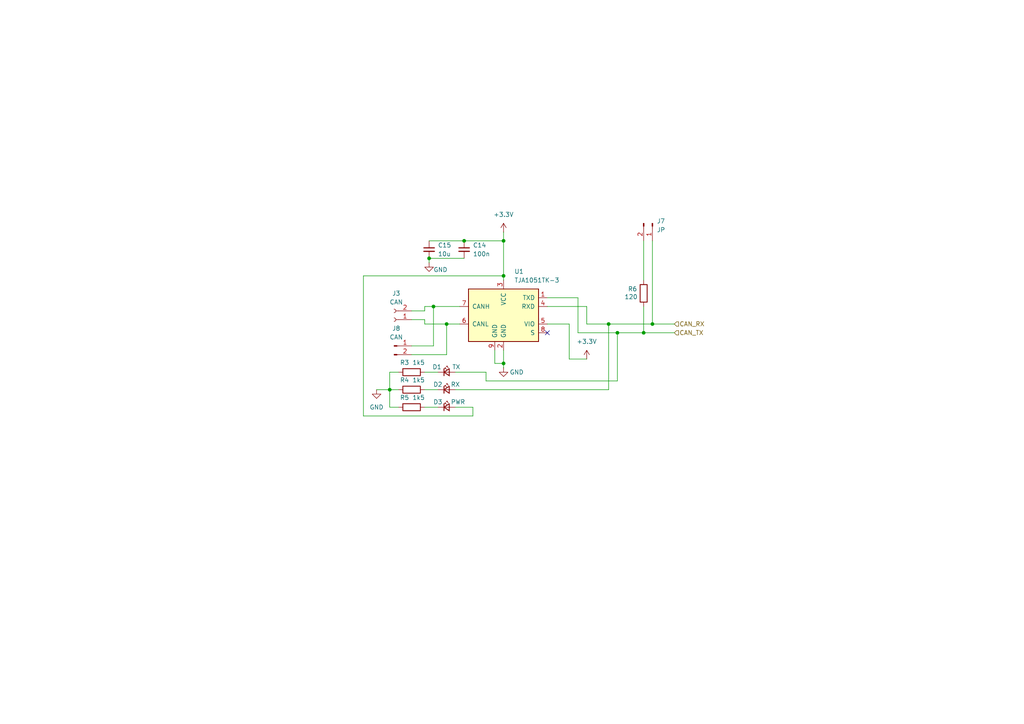
<source format=kicad_sch>
(kicad_sch (version 20250114) (generator "eeschema") (generator_version "9.0")
  (paper "A4")
  (lib_symbols
    (symbol "Connector:Conn_01x02_Pin" (pin_names (offset 1.016) (hide yes))
      (property "Reference" "J" (at 0 2.54 0))
      (property "Value" "Conn_01x02_Pin" (at 0 -5.08 0))
      (symbol "Conn_01x02_Pin_1_1"
        (rectangle (start 0.8636 0.127) (end 0 -0.127) (stroke (width 0.1524)) (fill (type outline)))
        (rectangle (start 0.8636 -2.413) (end 0 -2.667) (stroke (width 0.1524)) (fill (type outline)))
        (polyline (pts (xy 1.27 0) (xy 0.8636 0)) (stroke (width 0.1524)))
        (polyline (pts (xy 1.27 -2.54) (xy 0.8636 -2.54)) (stroke (width 0.1524)))
        (pin passive line (at 5.08 0 180) (length 3.81) (name "Pin_1") (number "1"))
        (pin passive line (at 5.08 -2.54 180) (length 3.81) (name "Pin_2") (number "2"))
      )
    )
    (symbol "Connector:Conn_01x02_Socket" (pin_names (offset 1.016) (hide yes))
      (property "Reference" "J" (at 0 2.54 0))
      (property "Value" "Conn_01x02_Socket" (at 0 -5.08 0))
      (symbol "Conn_01x02_Socket_1_1"
        (polyline (pts (xy -1.27 0) (xy -0.508 0)) (stroke (width 0.1524)))
        (polyline (pts (xy -1.27 -2.54) (xy -0.508 -2.54)) (stroke (width 0.1524)))
        (arc (start 0 -0.508) (mid -0.5058 0) (end 0 0.508) (stroke (width 0.1524)))
        (arc (start 0 -3.048) (mid -0.5058 -2.54) (end 0 -2.032) (stroke (width 0.1524)))
        (pin passive line (at -5.08 0 0) (length 3.81) (name "Pin_1") (number "1"))
        (pin passive line (at -5.08 -2.54 0) (length 3.81) (name "Pin_2") (number "2"))
      )
    )
    (symbol "Device:C_Small" (pin_numbers (hide yes)) (pin_names (offset 0.254) (hide yes))
      (property "Reference" "C" (at 0.254 1.778 0))
      (property "Value" "C_Small" (at 0.254 -2.032 0))
      (symbol "C_Small_0_1"
        (polyline (pts (xy -1.524 0.508) (xy 1.524 0.508)) (stroke (width 0.3048)))
        (polyline (pts (xy -1.524 -0.508) (xy 1.524 -0.508)) (stroke (width 0.3302)))
      )
      (symbol "C_Small_1_1"
        (pin passive line (at 0 2.54 270) (length 2.032) (name "~") (number "1"))
        (pin passive line (at 0 -2.54 90) (length 2.032) (name "~") (number "2"))
      )
    )
    (symbol "Device:LED_Small" (pin_numbers (hide yes)) (pin_names (offset 0.254) (hide yes))
      (property "Reference" "D" (at -1.27 3.175 0))
      (property "Value" "LED_Small" (at -4.445 -2.54 0))
      (symbol "LED_Small_0_1"
        (polyline (pts (xy -0.762 -1.016) (xy -0.762 1.016)) (stroke (width 0.254)))
        (polyline (pts (xy 0 0.762) (xy -0.508 1.27) (xy -0.254 1.27) (xy -0.508 1.27) (xy -0.508 1.016)))
        (polyline (pts (xy 0.508 1.27) (xy 0 1.778) (xy 0.254 1.778) (xy 0 1.778) (xy 0 1.524)))
        (polyline (pts (xy 0.762 -1.016) (xy -0.762 0) (xy 0.762 1.016) (xy 0.762 -1.016)) (stroke (width 0.254)))
        (polyline (pts (xy 1.016 0) (xy -0.762 0)))
      )
      (symbol "LED_Small_1_1"
        (pin passive line (at -2.54 0 0) (length 1.778) (name "K") (number "1"))
        (pin passive line (at 2.54 0 180) (length 1.778) (name "A") (number "2"))
      )
    )
    (symbol "Device:R" (pin_numbers (hide yes)) (pin_names (offset 0))
      (property "Reference" "R" (at 2.032 0 90))
      (property "Value" "R" (at 0 0 90))
      (symbol "R_0_1"
        (rectangle (start -1.016 -2.54) (end 1.016 2.54) (stroke (width 0.254)))
      )
      (symbol "R_1_1"
        (pin passive line (at 0 3.81 270) (length 1.27) (name "~") (number "1"))
        (pin passive line (at 0 -3.81 90) (length 1.27) (name "~") (number "2"))
      )
    )
    (symbol "Interface_CAN_LIN:TJA1051TK-3" (pin_names (offset 1.016))
      (property "Reference" "U" (at -10.16 8.89 0))
      (property "Value" "TJA1051TK-3" (at 1.27 8.89 0))
      (symbol "TJA1051TK-3_0_1"
        (rectangle (start -10.16 7.62) (end 10.16 -7.62) (stroke (width 0.254)) (fill (type background)))
      )
      (symbol "TJA1051TK-3_1_1"
        (pin input line (at -12.7 5.08 0) (length 2.54) (name "TXD") (number "1"))
        (pin output line (at -12.7 2.54 0) (length 2.54) (name "RXD") (number "4"))
        (pin power_in line (at -12.7 -2.54 0) (length 2.54) (name "VIO") (number "5"))
        (pin input line (at -12.7 -5.08 0) (length 2.54) (name "S") (number "8"))
        (pin power_in line (at 0 10.16 270) (length 2.54) (name "VCC") (number "3"))
        (pin power_in line (at 0 -10.16 90) (length 2.54) (name "GND") (number "2"))
        (pin power_in line (at 2.54 -10.16 90) (length 2.54) (name "GND") (number "9"))
        (pin bidirectional line (at 12.7 2.54 180) (length 2.54) (name "CANH") (number "7"))
        (pin bidirectional line (at 12.7 -2.54 180) (length 2.54) (name "CANL") (number "6"))
      )
    )
    (symbol "power:+3.3V" (power) (pin_numbers (hide yes)) (pin_names (offset 0) (hide yes))
      (property "Value" "+3.3V" (at 0 3.556 0))
      (symbol "+3.3V_0_1"
        (polyline (pts (xy -0.762 1.27) (xy 0 2.54)))
        (polyline (pts (xy 0 2.54) (xy 0.762 1.27)))
        (polyline (pts (xy 0 0) (xy 0 2.54)))
      )
      (symbol "+3.3V_1_1"
        (pin power_in line (at 0 0 90) (length 0) (name "~") (number "1"))
      )
    )
    (symbol "power:GND" (power) (pin_numbers (hide yes)) (pin_names (offset 0) (hide yes))
      (property "Value" "GND" (at 0 -3.81 0))
      (symbol "GND_0_1"
        (polyline (pts (xy 0 0) (xy 0 -1.27) (xy 1.27 -1.27) (xy 0 -2.54) (xy -1.27 -1.27) (xy 0 -1.27)))
      )
      (symbol "GND_1_1"
        (pin power_in line (at 0 0 270) (length 0) (name "~") (number "1"))
      )
    )
  )
  (junction (at 146.05 105.41))
  (junction (at 146.05 69.85))
  (junction (at 125.73 88.9))
  (junction (at 189.23 93.98))
  (junction (at 129.54 93.98))
  (junction (at 176.53 93.98))
  (junction (at 179.07 96.52))
  (junction (at 124.46 74.93))
  (junction (at 134.62 69.85))
  (junction (at 113.03 113.03))
  (junction (at 186.69 96.52))
  (junction (at 146.05 80.01))
  (no_connect (at 158.75 96.52))
  (wire (pts (xy 146.05 80.01) (xy 105.41 80.01)))
  (wire (pts (xy 165.1 104.14) (xy 170.18 104.14)))
  (wire (pts (xy 125.73 88.9) (xy 123.19 88.9)))
  (wire (pts (xy 123.19 93.98) (xy 123.19 92.71)))
  (wire (pts (xy 158.75 93.98) (xy 165.1 93.98)))
  (wire (pts (xy 186.69 69.85) (xy 186.69 81.28)))
  (wire (pts (xy 113.03 118.11) (xy 113.03 113.03)))
  (wire (pts (xy 125.73 88.9) (xy 125.73 100.33)))
  (wire (pts (xy 189.23 69.85) (xy 189.23 93.98)))
  (wire (pts (xy 179.07 96.52) (xy 186.69 96.52)))
  (wire (pts (xy 123.19 90.17) (xy 119.38 90.17)))
  (wire (pts (xy 167.64 96.52) (xy 179.07 96.52)))
  (wire (pts (xy 105.41 120.65) (xy 137.16 120.65)))
  (wire (pts (xy 176.53 93.98) (xy 189.23 93.98)))
  (wire (pts (xy 124.46 74.93) (xy 124.46 76.2)))
  (wire (pts (xy 170.18 93.98) (xy 170.18 88.9)))
  (wire (pts (xy 125.73 100.33) (xy 119.38 100.33)))
  (wire (pts (xy 146.05 105.41) (xy 146.05 106.68)))
  (wire (pts (xy 146.05 67.31) (xy 146.05 69.85)))
  (wire (pts (xy 186.69 96.52) (xy 195.58 96.52)))
  (wire (pts (xy 143.51 101.6) (xy 143.51 105.41)))
  (wire (pts (xy 123.19 118.11) (xy 127 118.11)))
  (wire (pts (xy 143.51 105.41) (xy 146.05 105.41)))
  (wire (pts (xy 123.19 113.03) (xy 127 113.03)))
  (wire (pts (xy 115.57 107.95) (xy 113.03 107.95)))
  (wire (pts (xy 137.16 120.65) (xy 137.16 118.11)))
  (wire (pts (xy 124.46 74.93) (xy 134.62 74.93)))
  (wire (pts (xy 133.35 93.98) (xy 129.54 93.98)))
  (wire (pts (xy 167.64 86.36) (xy 158.75 86.36)))
  (wire (pts (xy 134.62 69.85) (xy 146.05 69.85)))
  (wire (pts (xy 167.64 96.52) (xy 167.64 86.36)))
  (wire (pts (xy 113.03 113.03) (xy 115.57 113.03)))
  (wire (pts (xy 146.05 80.01) (xy 146.05 81.28)))
  (wire (pts (xy 186.69 88.9) (xy 186.69 96.52)))
  (wire (pts (xy 189.23 93.98) (xy 195.58 93.98)))
  (wire (pts (xy 140.97 107.95) (xy 132.08 107.95)))
  (wire (pts (xy 123.19 92.71) (xy 119.38 92.71)))
  (wire (pts (xy 113.03 113.03) (xy 109.22 113.03)))
  (wire (pts (xy 123.19 88.9) (xy 123.19 90.17)))
  (wire (pts (xy 105.41 80.01) (xy 105.41 120.65)))
  (wire (pts (xy 115.57 118.11) (xy 113.03 118.11)))
  (wire (pts (xy 123.19 107.95) (xy 127 107.95)))
  (wire (pts (xy 158.75 88.9) (xy 170.18 88.9)))
  (wire (pts (xy 129.54 93.98) (xy 123.19 93.98)))
  (wire (pts (xy 146.05 101.6) (xy 146.05 105.41)))
  (wire (pts (xy 129.54 93.98) (xy 129.54 102.87)))
  (wire (pts (xy 113.03 107.95) (xy 113.03 113.03)))
  (wire (pts (xy 132.08 113.03) (xy 176.53 113.03)))
  (wire (pts (xy 124.46 69.85) (xy 134.62 69.85)))
  (wire (pts (xy 179.07 110.49) (xy 140.97 110.49)))
  (wire (pts (xy 129.54 102.87) (xy 119.38 102.87)))
  (wire (pts (xy 176.53 93.98) (xy 176.53 113.03)))
  (wire (pts (xy 179.07 96.52) (xy 179.07 110.49)))
  (wire (pts (xy 140.97 110.49) (xy 140.97 107.95)))
  (wire (pts (xy 146.05 69.85) (xy 146.05 80.01)))
  (wire (pts (xy 170.18 93.98) (xy 176.53 93.98)))
  (wire (pts (xy 165.1 93.98) (xy 165.1 104.14)))
  (wire (pts (xy 133.35 88.9) (xy 125.73 88.9)))
  (wire (pts (xy 137.16 118.11) (xy 132.08 118.11)))
  (hierarchical_label "CAN_RX" (shape input) (at 195.58 93.98 0))
  (hierarchical_label "CAN_TX" (shape input) (at 195.58 96.52 0))
  (symbol (lib_id "Interface_CAN_LIN:TJA1051TK-3") (at 146.05 91.44 0) (mirror y) (unit 1)
    (property "Reference" "U1" (at 149.1681 78.74 0) (effects (justify right)))
    (property "Value" "TJA1051TK-3" (at 149.1681 81.28 0) (effects (justify right)))
    (property "Footprint" "Package_DFN_QFN:DFN-8-1EP_3x3mm_P0.65mm_EP1.55x2.4mm" (effects (hide yes)))
    (property "Datasheet" "http://www.nxp.com/docs/en/data-sheet/TJA1051.pdf" (effects (hide yes)))
    (property "Description" "High-Speed CAN Transceiver, separate VIO, silent mode, DFN-8" (effects (hide yes)))
  )
  (symbol (lib_id "Device:R") (at 186.69 85.09 0) (unit 1)
    (property "Reference" "R6" (at 182.118 83.82 0) (effects (justify left)))
    (property "Value" "120" (at 181.102 86.106 0) (effects (justify left)))
    (property "Description" "Resistor" (effects (hide yes)))
  )
  (symbol (lib_id "power:GND") (at 109.22 113.03 0) (unit 1)
    (property "Reference" "#PWR026" (effects (hide yes)))
    (property "Value" "GND" (at 109.22 118.11 0))
    (property "Description" "Power symbol creates a global label with name \"GND\" , ground" (effects (hide yes)))
  )
  (symbol (lib_id "Device:R") (at 119.38 113.03 90) (unit 1)
    (property "Reference" "R4" (at 117.348 110.236 90))
    (property "Value" "1k5" (at 121.412 110.236 90))
    (property "Description" "Resistor" (effects (hide yes)))
  )
  (symbol (lib_id "Device:C_Small") (at 134.62 72.39 0) (unit 1)
    (property "Reference" "C14" (at 137.16 71.12 0) (effects (justify left)))
    (property "Value" "100n" (at 137.16 73.6662 0) (effects (justify left)))
    (property "Description" "Unpolarized capacitor, small symbol" (effects (hide yes)))
  )
  (symbol (lib_id "Connector:Conn_01x02_Pin") (at 114.3 100.33 0) (unit 1)
    (property "Reference" "J8" (at 114.935 95.25 0))
    (property "Value" "CAN" (at 114.935 97.79 0))
    (property "Description" "Generic connector, single row, 01x02, script generated" (effects (hide yes)))
  )
  (symbol (lib_id "Device:LED_Small") (at 129.54 118.11 0) (unit 1)
    (property "Reference" "D3" (at 127 116.586 0))
    (property "Value" "PWR" (at 132.842 116.586 0))
    (property "Description" "Light emitting diode, small symbol" (effects (hide yes)))
    (property "Sim.Pin" "1=K 2=A" (effects (hide yes)))
  )
  (symbol (lib_id "power:GND") (at 146.05 106.68 0) (unit 1)
    (property "Reference" "#PWR024" (effects (hide yes)))
    (property "Value" "GND" (at 149.86 107.95 0))
    (property "Description" "Power symbol creates a global label with name \"GND\" , ground" (effects (hide yes)))
  )
  (symbol (lib_id "Device:C_Small") (at 124.46 72.39 0) (unit 1)
    (property "Reference" "C15" (at 127 71.12 0) (effects (justify left)))
    (property "Value" "10u" (at 127 73.6662 0) (effects (justify left)))
    (property "Description" "Unpolarized capacitor, small symbol" (effects (hide yes)))
  )
  (symbol (lib_id "power:+3.3V") (at 170.18 104.14 0) (unit 1)
    (property "Reference" "#PWR023" (effects (hide yes)))
    (property "Value" "+3.3V" (at 170.18 99.06 0))
    (property "Description" "Power symbol creates a global label with name \"+3.3V\"" (effects (hide yes)))
  )
  (symbol (lib_id "Device:R") (at 119.38 107.95 90) (unit 1)
    (property "Reference" "R3" (at 117.348 105.156 90))
    (property "Value" "1k5" (at 121.412 105.156 90))
    (property "Description" "Resistor" (effects (hide yes)))
  )
  (symbol (lib_id "Device:LED_Small") (at 129.54 113.03 0) (unit 1)
    (property "Reference" "D2" (at 127 111.506 0))
    (property "Value" "RX" (at 132.08 111.506 0))
    (property "Description" "Light emitting diode, small symbol" (effects (hide yes)))
    (property "Sim.Pin" "1=K 2=A" (effects (hide yes)))
  )
  (symbol (lib_id "power:+3.3V") (at 146.05 67.31 0) (unit 1)
    (property "Reference" "#PWR025" (effects (hide yes)))
    (property "Value" "+3.3V" (at 146.05 62.23 0))
    (property "Description" "Power symbol creates a global label with name \"+3.3V\"" (effects (hide yes)))
  )
  (symbol (lib_id "Device:LED_Small") (at 129.54 107.95 0) (unit 1)
    (property "Reference" "D1" (at 126.746 106.426 0))
    (property "Value" "TX" (at 132.334 106.426 0))
    (property "Description" "Light emitting diode, small symbol" (effects (hide yes)))
    (property "Sim.Pin" "1=K 2=A" (effects (hide yes)))
  )
  (symbol (lib_id "power:GND") (at 124.46 76.2 0) (unit 1)
    (property "Reference" "#PWR027" (effects (hide yes)))
    (property "Value" "GND" (at 127.762 78.232 0))
    (property "Description" "Power symbol creates a global label with name \"GND\" , ground" (effects (hide yes)))
  )
  (symbol (lib_id "Device:R") (at 119.38 118.11 90) (unit 1)
    (property "Reference" "R5" (at 117.348 115.316 90))
    (property "Value" "1k5" (at 121.412 115.316 90))
    (property "Description" "Resistor" (effects (hide yes)))
  )
  (symbol (lib_id "Connector:Conn_01x02_Socket") (at 114.3 92.71 180) (unit 1)
    (property "Reference" "J3" (at 114.935 85.09 0))
    (property "Value" "CAN" (at 114.935 87.63 0))
    (property "Description" "Generic connector, single row, 01x02, script generated" (effects (hide yes)))
  )
  (symbol (lib_id "Connector:Conn_01x02_Pin") (at 189.23 64.77 270) (unit 1)
    (property "Reference" "J7" (at 190.5 64.1349 90) (effects (justify left)))
    (property "Value" "JP" (at 190.5 66.6749 90) (effects (justify left)))
    (property "Description" "Generic connector, single row, 01x02, script generated" (effects (hide yes)))
  )
)
</source>
